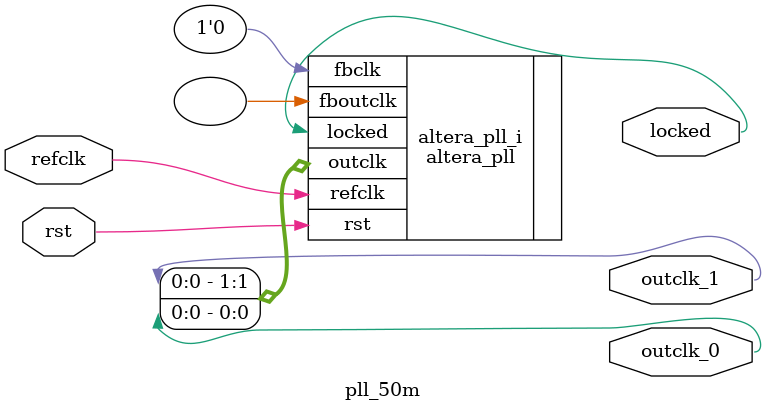
<source format=v>
`timescale 1ns/10ps
module  pll_50m(

    // interface 'refclk'
    input wire refclk,

    // interface 'reset'
    input wire rst,

    // interface 'outclk0'
    output wire outclk_0,

    // interface 'outclk1'
    output wire outclk_1,

    // interface 'locked'
    output wire locked
);

    altera_pll #(
        .fractional_vco_multiplier("false"),
        .reference_clock_frequency("50.0 MHz"),
        .operation_mode("direct"),
        .number_of_clocks(2),
        .output_clock_frequency0("100.000000 MHz"),
        .phase_shift0("0 ps"),
        .duty_cycle0(50),
        .output_clock_frequency1("25.000000 MHz"),
        .phase_shift1("0 ps"),
        .duty_cycle1(50),
        .output_clock_frequency2("0 MHz"),
        .phase_shift2("0 ps"),
        .duty_cycle2(50),
        .output_clock_frequency3("0 MHz"),
        .phase_shift3("0 ps"),
        .duty_cycle3(50),
        .output_clock_frequency4("0 MHz"),
        .phase_shift4("0 ps"),
        .duty_cycle4(50),
        .output_clock_frequency5("0 MHz"),
        .phase_shift5("0 ps"),
        .duty_cycle5(50),
        .output_clock_frequency6("0 MHz"),
        .phase_shift6("0 ps"),
        .duty_cycle6(50),
        .output_clock_frequency7("0 MHz"),
        .phase_shift7("0 ps"),
        .duty_cycle7(50),
        .output_clock_frequency8("0 MHz"),
        .phase_shift8("0 ps"),
        .duty_cycle8(50),
        .output_clock_frequency9("0 MHz"),
        .phase_shift9("0 ps"),
        .duty_cycle9(50),
        .output_clock_frequency10("0 MHz"),
        .phase_shift10("0 ps"),
        .duty_cycle10(50),
        .output_clock_frequency11("0 MHz"),
        .phase_shift11("0 ps"),
        .duty_cycle11(50),
        .output_clock_frequency12("0 MHz"),
        .phase_shift12("0 ps"),
        .duty_cycle12(50),
        .output_clock_frequency13("0 MHz"),
        .phase_shift13("0 ps"),
        .duty_cycle13(50),
        .output_clock_frequency14("0 MHz"),
        .phase_shift14("0 ps"),
        .duty_cycle14(50),
        .output_clock_frequency15("0 MHz"),
        .phase_shift15("0 ps"),
        .duty_cycle15(50),
        .output_clock_frequency16("0 MHz"),
        .phase_shift16("0 ps"),
        .duty_cycle16(50),
        .output_clock_frequency17("0 MHz"),
        .phase_shift17("0 ps"),
        .duty_cycle17(50),
        .pll_type("General"),
        .pll_subtype("General")
    ) altera_pll_i (
        .rst    (rst),
        .outclk ({outclk_1, outclk_0}),
        .locked (locked),
        .fboutclk   ( ),
        .fbclk  (1'b0),
        .refclk (refclk)
    );
endmodule

</source>
